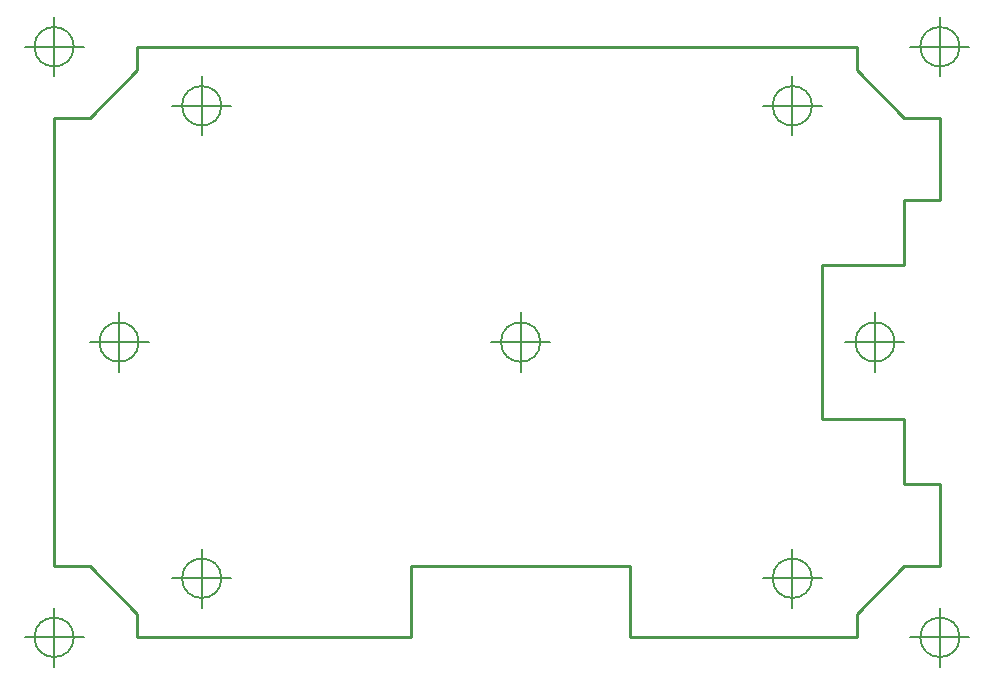
<source format=gbr>
G04 #@! TF.FileFunction,Profile,NP*
%FSLAX46Y46*%
G04 Gerber Fmt 4.6, Leading zero omitted, Abs format (unit mm)*
G04 Created by KiCad (PCBNEW 4.0.6) date 12/03/17 23:21:02*
%MOMM*%
%LPD*%
G01*
G04 APERTURE LIST*
%ADD10C,1.000000*%
%ADD11C,0.250000*%
%ADD12C,0.150000*%
%ADD13C,0.254000*%
G04 APERTURE END LIST*
D10*
D11*
X80250000Y-100000000D02*
X57000000Y-100000000D01*
D12*
X57166666Y-75000000D02*
G75*
G03X57166666Y-75000000I-1666666J0D01*
G01*
X53000000Y-75000000D02*
X58000000Y-75000000D01*
X55500000Y-72500000D02*
X55500000Y-77500000D01*
D11*
X98750000Y-100000000D02*
X118000000Y-100000000D01*
X98750000Y-94000000D02*
X98750000Y-100000000D01*
X80250000Y-94000000D02*
X98750000Y-94000000D01*
X80250000Y-100000000D02*
X80250000Y-94000000D01*
X118000000Y-52000000D02*
X122000000Y-56000000D01*
X125000000Y-56000000D02*
X122000000Y-56000000D01*
X118000000Y-50000000D02*
X118000000Y-52000000D01*
X118000000Y-98000000D02*
X122000000Y-94000000D01*
X118000000Y-100000000D02*
X118000000Y-98000000D01*
X125000000Y-94000000D02*
X122000000Y-94000000D01*
X53000000Y-94000000D02*
X57000000Y-98000000D01*
X57000000Y-52000000D02*
X53000000Y-56000000D01*
X122000000Y-81500000D02*
X122000000Y-87000000D01*
X122000000Y-63000000D02*
X122000000Y-68500000D01*
X125000000Y-94000000D02*
X125000000Y-87000000D01*
X125000000Y-56000000D02*
X125000000Y-63000000D01*
X115000000Y-81500000D02*
X122000000Y-81500000D01*
X115000000Y-68500000D02*
X115000000Y-81500000D01*
X122000000Y-68500000D02*
X115000000Y-68500000D01*
X122000000Y-87000000D02*
X125000000Y-87000000D01*
X125000000Y-63000000D02*
X122000000Y-63000000D01*
D12*
X51666666Y-50000000D02*
G75*
G03X51666666Y-50000000I-1666666J0D01*
G01*
X47500000Y-50000000D02*
X52500000Y-50000000D01*
X50000000Y-47500000D02*
X50000000Y-52500000D01*
X114166666Y-55000000D02*
G75*
G03X114166666Y-55000000I-1666666J0D01*
G01*
X110000000Y-55000000D02*
X115000000Y-55000000D01*
X112500000Y-52500000D02*
X112500000Y-57500000D01*
X64166666Y-55000000D02*
G75*
G03X64166666Y-55000000I-1666666J0D01*
G01*
X60000000Y-55000000D02*
X65000000Y-55000000D01*
X62500000Y-52500000D02*
X62500000Y-57500000D01*
X114166666Y-95000000D02*
G75*
G03X114166666Y-95000000I-1666666J0D01*
G01*
X110000000Y-95000000D02*
X115000000Y-95000000D01*
X112500000Y-92500000D02*
X112500000Y-97500000D01*
X64166666Y-95000000D02*
G75*
G03X64166666Y-95000000I-1666666J0D01*
G01*
X60000000Y-95000000D02*
X65000000Y-95000000D01*
X62500000Y-92500000D02*
X62500000Y-97500000D01*
X121166666Y-75000000D02*
G75*
G03X121166666Y-75000000I-1666666J0D01*
G01*
X117000000Y-75000000D02*
X122000000Y-75000000D01*
X119500000Y-72500000D02*
X119500000Y-77500000D01*
X91166666Y-75000000D02*
G75*
G03X91166666Y-75000000I-1666666J0D01*
G01*
X87000000Y-75000000D02*
X92000000Y-75000000D01*
X89500000Y-72500000D02*
X89500000Y-77500000D01*
X126666666Y-100000000D02*
G75*
G03X126666666Y-100000000I-1666666J0D01*
G01*
X122500000Y-100000000D02*
X127500000Y-100000000D01*
X125000000Y-97500000D02*
X125000000Y-102500000D01*
X126666666Y-50000000D02*
G75*
G03X126666666Y-50000000I-1666666J0D01*
G01*
X122500000Y-50000000D02*
X127500000Y-50000000D01*
X125000000Y-47500000D02*
X125000000Y-52500000D01*
X51666666Y-100000000D02*
G75*
G03X51666666Y-100000000I-1666666J0D01*
G01*
X47500000Y-100000000D02*
X52500000Y-100000000D01*
X50000000Y-97500000D02*
X50000000Y-102500000D01*
D13*
X50000000Y-56000000D02*
X53000000Y-56000000D01*
X57000000Y-52000000D02*
X57000000Y-50000000D01*
X57000000Y-98000000D02*
X57000000Y-100000000D01*
X50000000Y-94000000D02*
X53000000Y-94000000D01*
X50000000Y-56000000D02*
X50000000Y-94000000D01*
X118000000Y-50000000D02*
X57000000Y-50000000D01*
M02*

</source>
